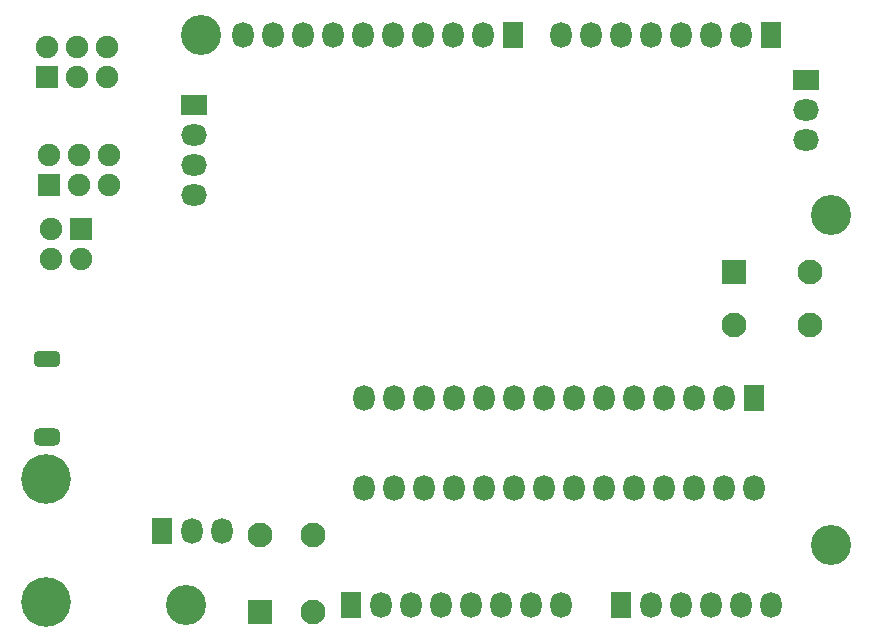
<source format=gbs>
G04 Layer_Color=16711935*
%FSLAX44Y44*%
%MOMM*%
G71*
G01*
G75*
%ADD38C,1.9000*%
%ADD39R,1.9000X1.9000*%
%ADD75R,2.1000X2.1000*%
%ADD76O,1.8000X2.2000*%
%ADD77R,1.8000X2.2000*%
%ADD78C,2.1000*%
%ADD79R,2.1000X2.1000*%
%ADD80C,3.4000*%
%ADD81C,4.2000*%
%ADD82R,2.2000X1.8000*%
%ADD83O,2.2000X1.8000*%
G04:AMPARAMS|DCode=84|XSize=2.2mm|YSize=1.45mm|CornerRadius=0.4125mm|HoleSize=0mm|Usage=FLASHONLY|Rotation=0.000|XOffset=0mm|YOffset=0mm|HoleType=Round|Shape=RoundedRectangle|*
%AMROUNDEDRECTD84*
21,1,2.2000,0.6250,0,0,0.0*
21,1,1.3750,1.4500,0,0,0.0*
1,1,0.8250,0.6875,-0.3125*
1,1,0.8250,-0.6875,-0.3125*
1,1,0.8250,-0.6875,0.3125*
1,1,0.8250,0.6875,0.3125*
%
%ADD84ROUNDEDRECTD84*%
G04:AMPARAMS|DCode=85|XSize=2.2mm|YSize=1.4mm|CornerRadius=0.4mm|HoleSize=0mm|Usage=FLASHONLY|Rotation=0.000|XOffset=0mm|YOffset=0mm|HoleType=Round|Shape=RoundedRectangle|*
%AMROUNDEDRECTD85*
21,1,2.2000,0.6000,0,0,0.0*
21,1,1.4000,1.4000,0,0,0.0*
1,1,0.8000,0.7000,-0.3000*
1,1,0.8000,-0.7000,-0.3000*
1,1,0.8000,-0.7000,0.3000*
1,1,0.8000,0.7000,0.3000*
%
%ADD85ROUNDEDRECTD85*%
D38*
X73400Y497700D02*
D03*
X48000D02*
D03*
X22600D02*
D03*
X73400Y472300D02*
D03*
X48000D02*
D03*
X74400Y406700D02*
D03*
X49000D02*
D03*
X23600D02*
D03*
X74400Y381300D02*
D03*
X49000D02*
D03*
X25300Y343700D02*
D03*
X50700Y318300D02*
D03*
X25300D02*
D03*
D39*
X22600Y472300D02*
D03*
X23600Y381300D02*
D03*
X50700Y343700D02*
D03*
D75*
X202500Y19500D02*
D03*
D76*
X290450Y124800D02*
D03*
X315850D02*
D03*
X341250D02*
D03*
X366650D02*
D03*
X392050D02*
D03*
X417450D02*
D03*
X442850D02*
D03*
X468250D02*
D03*
X493650D02*
D03*
X519050D02*
D03*
X544450D02*
D03*
X569850D02*
D03*
X595250D02*
D03*
X620650D02*
D03*
X290450Y201000D02*
D03*
X315850D02*
D03*
X341250D02*
D03*
X366650D02*
D03*
X392050D02*
D03*
X417450D02*
D03*
X442850D02*
D03*
X468250D02*
D03*
X493650D02*
D03*
X519050D02*
D03*
X544450D02*
D03*
X569850D02*
D03*
X595250D02*
D03*
X457200Y508000D02*
D03*
X482600D02*
D03*
X508000D02*
D03*
X533400D02*
D03*
X558800D02*
D03*
X584200D02*
D03*
X609600D02*
D03*
X391160D02*
D03*
X365760D02*
D03*
X340360D02*
D03*
X314960D02*
D03*
X289560D02*
D03*
X264160D02*
D03*
X238760D02*
D03*
X213360D02*
D03*
X187960D02*
D03*
X170800Y88000D02*
D03*
X145400D02*
D03*
X533400Y25400D02*
D03*
X558800D02*
D03*
X584200D02*
D03*
X609600D02*
D03*
X635000D02*
D03*
X457200D02*
D03*
X431800D02*
D03*
X406400D02*
D03*
X381000D02*
D03*
X355600D02*
D03*
X330200D02*
D03*
X304800D02*
D03*
D77*
X620650Y201000D02*
D03*
X635000Y508000D02*
D03*
X416560D02*
D03*
X120000Y88000D02*
D03*
X508000Y25400D02*
D03*
X279400D02*
D03*
D78*
X202500Y84500D02*
D03*
X247500D02*
D03*
Y19500D02*
D03*
X668500Y307500D02*
D03*
Y262500D02*
D03*
X603500D02*
D03*
D79*
Y307500D02*
D03*
D80*
X152400Y508000D02*
D03*
X685800Y355600D02*
D03*
Y76200D02*
D03*
X139700Y25400D02*
D03*
D81*
X21000Y132000D02*
D03*
Y28000D02*
D03*
D82*
X665000Y470000D02*
D03*
X147000Y449000D02*
D03*
D83*
X665000Y444600D02*
D03*
Y419200D02*
D03*
X147000Y423600D02*
D03*
Y398200D02*
D03*
Y372800D02*
D03*
D84*
X21995Y168000D02*
D03*
D85*
Y234000D02*
D03*
M02*

</source>
